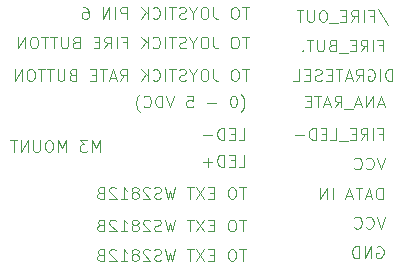
<source format=gbr>
%TF.GenerationSoftware,KiCad,Pcbnew,8.0.7*%
%TF.CreationDate,2025-01-21T12:25:00-05:00*%
%TF.ProjectId,TinyAFireController,54696e79-4146-4697-9265-436f6e74726f,rev?*%
%TF.SameCoordinates,Original*%
%TF.FileFunction,Legend,Bot*%
%TF.FilePolarity,Positive*%
%FSLAX46Y46*%
G04 Gerber Fmt 4.6, Leading zero omitted, Abs format (unit mm)*
G04 Created by KiCad (PCBNEW 8.0.7) date 2025-01-21 12:25:00*
%MOMM*%
%LPD*%
G01*
G04 APERTURE LIST*
%ADD10C,0.100000*%
G04 APERTURE END LIST*
D10*
X154678972Y-98182419D02*
X154107544Y-98182419D01*
X154393258Y-99182419D02*
X154393258Y-98182419D01*
X153583734Y-98182419D02*
X153393258Y-98182419D01*
X153393258Y-98182419D02*
X153298020Y-98230038D01*
X153298020Y-98230038D02*
X153202782Y-98325276D01*
X153202782Y-98325276D02*
X153155163Y-98515752D01*
X153155163Y-98515752D02*
X153155163Y-98849085D01*
X153155163Y-98849085D02*
X153202782Y-99039561D01*
X153202782Y-99039561D02*
X153298020Y-99134800D01*
X153298020Y-99134800D02*
X153393258Y-99182419D01*
X153393258Y-99182419D02*
X153583734Y-99182419D01*
X153583734Y-99182419D02*
X153678972Y-99134800D01*
X153678972Y-99134800D02*
X153774210Y-99039561D01*
X153774210Y-99039561D02*
X153821829Y-98849085D01*
X153821829Y-98849085D02*
X153821829Y-98515752D01*
X153821829Y-98515752D02*
X153774210Y-98325276D01*
X153774210Y-98325276D02*
X153678972Y-98230038D01*
X153678972Y-98230038D02*
X153583734Y-98182419D01*
X151678972Y-98182419D02*
X151678972Y-98896704D01*
X151678972Y-98896704D02*
X151726591Y-99039561D01*
X151726591Y-99039561D02*
X151821829Y-99134800D01*
X151821829Y-99134800D02*
X151964686Y-99182419D01*
X151964686Y-99182419D02*
X152059924Y-99182419D01*
X151012305Y-98182419D02*
X150821829Y-98182419D01*
X150821829Y-98182419D02*
X150726591Y-98230038D01*
X150726591Y-98230038D02*
X150631353Y-98325276D01*
X150631353Y-98325276D02*
X150583734Y-98515752D01*
X150583734Y-98515752D02*
X150583734Y-98849085D01*
X150583734Y-98849085D02*
X150631353Y-99039561D01*
X150631353Y-99039561D02*
X150726591Y-99134800D01*
X150726591Y-99134800D02*
X150821829Y-99182419D01*
X150821829Y-99182419D02*
X151012305Y-99182419D01*
X151012305Y-99182419D02*
X151107543Y-99134800D01*
X151107543Y-99134800D02*
X151202781Y-99039561D01*
X151202781Y-99039561D02*
X151250400Y-98849085D01*
X151250400Y-98849085D02*
X151250400Y-98515752D01*
X151250400Y-98515752D02*
X151202781Y-98325276D01*
X151202781Y-98325276D02*
X151107543Y-98230038D01*
X151107543Y-98230038D02*
X151012305Y-98182419D01*
X149964686Y-98706228D02*
X149964686Y-99182419D01*
X150298019Y-98182419D02*
X149964686Y-98706228D01*
X149964686Y-98706228D02*
X149631353Y-98182419D01*
X149345638Y-99134800D02*
X149202781Y-99182419D01*
X149202781Y-99182419D02*
X148964686Y-99182419D01*
X148964686Y-99182419D02*
X148869448Y-99134800D01*
X148869448Y-99134800D02*
X148821829Y-99087180D01*
X148821829Y-99087180D02*
X148774210Y-98991942D01*
X148774210Y-98991942D02*
X148774210Y-98896704D01*
X148774210Y-98896704D02*
X148821829Y-98801466D01*
X148821829Y-98801466D02*
X148869448Y-98753847D01*
X148869448Y-98753847D02*
X148964686Y-98706228D01*
X148964686Y-98706228D02*
X149155162Y-98658609D01*
X149155162Y-98658609D02*
X149250400Y-98610990D01*
X149250400Y-98610990D02*
X149298019Y-98563371D01*
X149298019Y-98563371D02*
X149345638Y-98468133D01*
X149345638Y-98468133D02*
X149345638Y-98372895D01*
X149345638Y-98372895D02*
X149298019Y-98277657D01*
X149298019Y-98277657D02*
X149250400Y-98230038D01*
X149250400Y-98230038D02*
X149155162Y-98182419D01*
X149155162Y-98182419D02*
X148917067Y-98182419D01*
X148917067Y-98182419D02*
X148774210Y-98230038D01*
X148488495Y-98182419D02*
X147917067Y-98182419D01*
X148202781Y-99182419D02*
X148202781Y-98182419D01*
X147583733Y-99182419D02*
X147583733Y-98182419D01*
X146536115Y-99087180D02*
X146583734Y-99134800D01*
X146583734Y-99134800D02*
X146726591Y-99182419D01*
X146726591Y-99182419D02*
X146821829Y-99182419D01*
X146821829Y-99182419D02*
X146964686Y-99134800D01*
X146964686Y-99134800D02*
X147059924Y-99039561D01*
X147059924Y-99039561D02*
X147107543Y-98944323D01*
X147107543Y-98944323D02*
X147155162Y-98753847D01*
X147155162Y-98753847D02*
X147155162Y-98610990D01*
X147155162Y-98610990D02*
X147107543Y-98420514D01*
X147107543Y-98420514D02*
X147059924Y-98325276D01*
X147059924Y-98325276D02*
X146964686Y-98230038D01*
X146964686Y-98230038D02*
X146821829Y-98182419D01*
X146821829Y-98182419D02*
X146726591Y-98182419D01*
X146726591Y-98182419D02*
X146583734Y-98230038D01*
X146583734Y-98230038D02*
X146536115Y-98277657D01*
X146107543Y-99182419D02*
X146107543Y-98182419D01*
X145536115Y-99182419D02*
X145964686Y-98610990D01*
X145536115Y-98182419D02*
X146107543Y-98753847D01*
X143774210Y-99182419D02*
X144107543Y-98706228D01*
X144345638Y-99182419D02*
X144345638Y-98182419D01*
X144345638Y-98182419D02*
X143964686Y-98182419D01*
X143964686Y-98182419D02*
X143869448Y-98230038D01*
X143869448Y-98230038D02*
X143821829Y-98277657D01*
X143821829Y-98277657D02*
X143774210Y-98372895D01*
X143774210Y-98372895D02*
X143774210Y-98515752D01*
X143774210Y-98515752D02*
X143821829Y-98610990D01*
X143821829Y-98610990D02*
X143869448Y-98658609D01*
X143869448Y-98658609D02*
X143964686Y-98706228D01*
X143964686Y-98706228D02*
X144345638Y-98706228D01*
X143393257Y-98896704D02*
X142917067Y-98896704D01*
X143488495Y-99182419D02*
X143155162Y-98182419D01*
X143155162Y-98182419D02*
X142821829Y-99182419D01*
X142631352Y-98182419D02*
X142059924Y-98182419D01*
X142345638Y-99182419D02*
X142345638Y-98182419D01*
X141726590Y-98658609D02*
X141393257Y-98658609D01*
X141250400Y-99182419D02*
X141726590Y-99182419D01*
X141726590Y-99182419D02*
X141726590Y-98182419D01*
X141726590Y-98182419D02*
X141250400Y-98182419D01*
X139726590Y-98658609D02*
X139583733Y-98706228D01*
X139583733Y-98706228D02*
X139536114Y-98753847D01*
X139536114Y-98753847D02*
X139488495Y-98849085D01*
X139488495Y-98849085D02*
X139488495Y-98991942D01*
X139488495Y-98991942D02*
X139536114Y-99087180D01*
X139536114Y-99087180D02*
X139583733Y-99134800D01*
X139583733Y-99134800D02*
X139678971Y-99182419D01*
X139678971Y-99182419D02*
X140059923Y-99182419D01*
X140059923Y-99182419D02*
X140059923Y-98182419D01*
X140059923Y-98182419D02*
X139726590Y-98182419D01*
X139726590Y-98182419D02*
X139631352Y-98230038D01*
X139631352Y-98230038D02*
X139583733Y-98277657D01*
X139583733Y-98277657D02*
X139536114Y-98372895D01*
X139536114Y-98372895D02*
X139536114Y-98468133D01*
X139536114Y-98468133D02*
X139583733Y-98563371D01*
X139583733Y-98563371D02*
X139631352Y-98610990D01*
X139631352Y-98610990D02*
X139726590Y-98658609D01*
X139726590Y-98658609D02*
X140059923Y-98658609D01*
X139059923Y-98182419D02*
X139059923Y-98991942D01*
X139059923Y-98991942D02*
X139012304Y-99087180D01*
X139012304Y-99087180D02*
X138964685Y-99134800D01*
X138964685Y-99134800D02*
X138869447Y-99182419D01*
X138869447Y-99182419D02*
X138678971Y-99182419D01*
X138678971Y-99182419D02*
X138583733Y-99134800D01*
X138583733Y-99134800D02*
X138536114Y-99087180D01*
X138536114Y-99087180D02*
X138488495Y-98991942D01*
X138488495Y-98991942D02*
X138488495Y-98182419D01*
X138155161Y-98182419D02*
X137583733Y-98182419D01*
X137869447Y-99182419D02*
X137869447Y-98182419D01*
X137393256Y-98182419D02*
X136821828Y-98182419D01*
X137107542Y-99182419D02*
X137107542Y-98182419D01*
X136298018Y-98182419D02*
X136107542Y-98182419D01*
X136107542Y-98182419D02*
X136012304Y-98230038D01*
X136012304Y-98230038D02*
X135917066Y-98325276D01*
X135917066Y-98325276D02*
X135869447Y-98515752D01*
X135869447Y-98515752D02*
X135869447Y-98849085D01*
X135869447Y-98849085D02*
X135917066Y-99039561D01*
X135917066Y-99039561D02*
X136012304Y-99134800D01*
X136012304Y-99134800D02*
X136107542Y-99182419D01*
X136107542Y-99182419D02*
X136298018Y-99182419D01*
X136298018Y-99182419D02*
X136393256Y-99134800D01*
X136393256Y-99134800D02*
X136488494Y-99039561D01*
X136488494Y-99039561D02*
X136536113Y-98849085D01*
X136536113Y-98849085D02*
X136536113Y-98515752D01*
X136536113Y-98515752D02*
X136488494Y-98325276D01*
X136488494Y-98325276D02*
X136393256Y-98230038D01*
X136393256Y-98230038D02*
X136298018Y-98182419D01*
X135440875Y-99182419D02*
X135440875Y-98182419D01*
X135440875Y-98182419D02*
X134869447Y-99182419D01*
X134869447Y-99182419D02*
X134869447Y-98182419D01*
X154678972Y-92932419D02*
X154107544Y-92932419D01*
X154393258Y-93932419D02*
X154393258Y-92932419D01*
X153583734Y-92932419D02*
X153393258Y-92932419D01*
X153393258Y-92932419D02*
X153298020Y-92980038D01*
X153298020Y-92980038D02*
X153202782Y-93075276D01*
X153202782Y-93075276D02*
X153155163Y-93265752D01*
X153155163Y-93265752D02*
X153155163Y-93599085D01*
X153155163Y-93599085D02*
X153202782Y-93789561D01*
X153202782Y-93789561D02*
X153298020Y-93884800D01*
X153298020Y-93884800D02*
X153393258Y-93932419D01*
X153393258Y-93932419D02*
X153583734Y-93932419D01*
X153583734Y-93932419D02*
X153678972Y-93884800D01*
X153678972Y-93884800D02*
X153774210Y-93789561D01*
X153774210Y-93789561D02*
X153821829Y-93599085D01*
X153821829Y-93599085D02*
X153821829Y-93265752D01*
X153821829Y-93265752D02*
X153774210Y-93075276D01*
X153774210Y-93075276D02*
X153678972Y-92980038D01*
X153678972Y-92980038D02*
X153583734Y-92932419D01*
X151678972Y-92932419D02*
X151678972Y-93646704D01*
X151678972Y-93646704D02*
X151726591Y-93789561D01*
X151726591Y-93789561D02*
X151821829Y-93884800D01*
X151821829Y-93884800D02*
X151964686Y-93932419D01*
X151964686Y-93932419D02*
X152059924Y-93932419D01*
X151012305Y-92932419D02*
X150821829Y-92932419D01*
X150821829Y-92932419D02*
X150726591Y-92980038D01*
X150726591Y-92980038D02*
X150631353Y-93075276D01*
X150631353Y-93075276D02*
X150583734Y-93265752D01*
X150583734Y-93265752D02*
X150583734Y-93599085D01*
X150583734Y-93599085D02*
X150631353Y-93789561D01*
X150631353Y-93789561D02*
X150726591Y-93884800D01*
X150726591Y-93884800D02*
X150821829Y-93932419D01*
X150821829Y-93932419D02*
X151012305Y-93932419D01*
X151012305Y-93932419D02*
X151107543Y-93884800D01*
X151107543Y-93884800D02*
X151202781Y-93789561D01*
X151202781Y-93789561D02*
X151250400Y-93599085D01*
X151250400Y-93599085D02*
X151250400Y-93265752D01*
X151250400Y-93265752D02*
X151202781Y-93075276D01*
X151202781Y-93075276D02*
X151107543Y-92980038D01*
X151107543Y-92980038D02*
X151012305Y-92932419D01*
X149964686Y-93456228D02*
X149964686Y-93932419D01*
X150298019Y-92932419D02*
X149964686Y-93456228D01*
X149964686Y-93456228D02*
X149631353Y-92932419D01*
X149345638Y-93884800D02*
X149202781Y-93932419D01*
X149202781Y-93932419D02*
X148964686Y-93932419D01*
X148964686Y-93932419D02*
X148869448Y-93884800D01*
X148869448Y-93884800D02*
X148821829Y-93837180D01*
X148821829Y-93837180D02*
X148774210Y-93741942D01*
X148774210Y-93741942D02*
X148774210Y-93646704D01*
X148774210Y-93646704D02*
X148821829Y-93551466D01*
X148821829Y-93551466D02*
X148869448Y-93503847D01*
X148869448Y-93503847D02*
X148964686Y-93456228D01*
X148964686Y-93456228D02*
X149155162Y-93408609D01*
X149155162Y-93408609D02*
X149250400Y-93360990D01*
X149250400Y-93360990D02*
X149298019Y-93313371D01*
X149298019Y-93313371D02*
X149345638Y-93218133D01*
X149345638Y-93218133D02*
X149345638Y-93122895D01*
X149345638Y-93122895D02*
X149298019Y-93027657D01*
X149298019Y-93027657D02*
X149250400Y-92980038D01*
X149250400Y-92980038D02*
X149155162Y-92932419D01*
X149155162Y-92932419D02*
X148917067Y-92932419D01*
X148917067Y-92932419D02*
X148774210Y-92980038D01*
X148488495Y-92932419D02*
X147917067Y-92932419D01*
X148202781Y-93932419D02*
X148202781Y-92932419D01*
X147583733Y-93932419D02*
X147583733Y-92932419D01*
X146536115Y-93837180D02*
X146583734Y-93884800D01*
X146583734Y-93884800D02*
X146726591Y-93932419D01*
X146726591Y-93932419D02*
X146821829Y-93932419D01*
X146821829Y-93932419D02*
X146964686Y-93884800D01*
X146964686Y-93884800D02*
X147059924Y-93789561D01*
X147059924Y-93789561D02*
X147107543Y-93694323D01*
X147107543Y-93694323D02*
X147155162Y-93503847D01*
X147155162Y-93503847D02*
X147155162Y-93360990D01*
X147155162Y-93360990D02*
X147107543Y-93170514D01*
X147107543Y-93170514D02*
X147059924Y-93075276D01*
X147059924Y-93075276D02*
X146964686Y-92980038D01*
X146964686Y-92980038D02*
X146821829Y-92932419D01*
X146821829Y-92932419D02*
X146726591Y-92932419D01*
X146726591Y-92932419D02*
X146583734Y-92980038D01*
X146583734Y-92980038D02*
X146536115Y-93027657D01*
X146107543Y-93932419D02*
X146107543Y-92932419D01*
X145536115Y-93932419D02*
X145964686Y-93360990D01*
X145536115Y-92932419D02*
X146107543Y-93503847D01*
X144345638Y-93932419D02*
X144345638Y-92932419D01*
X144345638Y-92932419D02*
X143964686Y-92932419D01*
X143964686Y-92932419D02*
X143869448Y-92980038D01*
X143869448Y-92980038D02*
X143821829Y-93027657D01*
X143821829Y-93027657D02*
X143774210Y-93122895D01*
X143774210Y-93122895D02*
X143774210Y-93265752D01*
X143774210Y-93265752D02*
X143821829Y-93360990D01*
X143821829Y-93360990D02*
X143869448Y-93408609D01*
X143869448Y-93408609D02*
X143964686Y-93456228D01*
X143964686Y-93456228D02*
X144345638Y-93456228D01*
X143345638Y-93932419D02*
X143345638Y-92932419D01*
X142869448Y-93932419D02*
X142869448Y-92932419D01*
X142869448Y-92932419D02*
X142298020Y-93932419D01*
X142298020Y-93932419D02*
X142298020Y-92932419D01*
X140631353Y-92932419D02*
X140821829Y-92932419D01*
X140821829Y-92932419D02*
X140917067Y-92980038D01*
X140917067Y-92980038D02*
X140964686Y-93027657D01*
X140964686Y-93027657D02*
X141059924Y-93170514D01*
X141059924Y-93170514D02*
X141107543Y-93360990D01*
X141107543Y-93360990D02*
X141107543Y-93741942D01*
X141107543Y-93741942D02*
X141059924Y-93837180D01*
X141059924Y-93837180D02*
X141012305Y-93884800D01*
X141012305Y-93884800D02*
X140917067Y-93932419D01*
X140917067Y-93932419D02*
X140726591Y-93932419D01*
X140726591Y-93932419D02*
X140631353Y-93884800D01*
X140631353Y-93884800D02*
X140583734Y-93837180D01*
X140583734Y-93837180D02*
X140536115Y-93741942D01*
X140536115Y-93741942D02*
X140536115Y-93503847D01*
X140536115Y-93503847D02*
X140583734Y-93408609D01*
X140583734Y-93408609D02*
X140631353Y-93360990D01*
X140631353Y-93360990D02*
X140726591Y-93313371D01*
X140726591Y-93313371D02*
X140917067Y-93313371D01*
X140917067Y-93313371D02*
X141012305Y-93360990D01*
X141012305Y-93360990D02*
X141059924Y-93408609D01*
X141059924Y-93408609D02*
X141107543Y-93503847D01*
X142036115Y-105182419D02*
X142036115Y-104182419D01*
X142036115Y-104182419D02*
X141702782Y-104896704D01*
X141702782Y-104896704D02*
X141369449Y-104182419D01*
X141369449Y-104182419D02*
X141369449Y-105182419D01*
X140988496Y-104182419D02*
X140369449Y-104182419D01*
X140369449Y-104182419D02*
X140702782Y-104563371D01*
X140702782Y-104563371D02*
X140559925Y-104563371D01*
X140559925Y-104563371D02*
X140464687Y-104610990D01*
X140464687Y-104610990D02*
X140417068Y-104658609D01*
X140417068Y-104658609D02*
X140369449Y-104753847D01*
X140369449Y-104753847D02*
X140369449Y-104991942D01*
X140369449Y-104991942D02*
X140417068Y-105087180D01*
X140417068Y-105087180D02*
X140464687Y-105134800D01*
X140464687Y-105134800D02*
X140559925Y-105182419D01*
X140559925Y-105182419D02*
X140845639Y-105182419D01*
X140845639Y-105182419D02*
X140940877Y-105134800D01*
X140940877Y-105134800D02*
X140988496Y-105087180D01*
X139178972Y-105182419D02*
X139178972Y-104182419D01*
X139178972Y-104182419D02*
X138845639Y-104896704D01*
X138845639Y-104896704D02*
X138512306Y-104182419D01*
X138512306Y-104182419D02*
X138512306Y-105182419D01*
X137845639Y-104182419D02*
X137655163Y-104182419D01*
X137655163Y-104182419D02*
X137559925Y-104230038D01*
X137559925Y-104230038D02*
X137464687Y-104325276D01*
X137464687Y-104325276D02*
X137417068Y-104515752D01*
X137417068Y-104515752D02*
X137417068Y-104849085D01*
X137417068Y-104849085D02*
X137464687Y-105039561D01*
X137464687Y-105039561D02*
X137559925Y-105134800D01*
X137559925Y-105134800D02*
X137655163Y-105182419D01*
X137655163Y-105182419D02*
X137845639Y-105182419D01*
X137845639Y-105182419D02*
X137940877Y-105134800D01*
X137940877Y-105134800D02*
X138036115Y-105039561D01*
X138036115Y-105039561D02*
X138083734Y-104849085D01*
X138083734Y-104849085D02*
X138083734Y-104515752D01*
X138083734Y-104515752D02*
X138036115Y-104325276D01*
X138036115Y-104325276D02*
X137940877Y-104230038D01*
X137940877Y-104230038D02*
X137845639Y-104182419D01*
X136988496Y-104182419D02*
X136988496Y-104991942D01*
X136988496Y-104991942D02*
X136940877Y-105087180D01*
X136940877Y-105087180D02*
X136893258Y-105134800D01*
X136893258Y-105134800D02*
X136798020Y-105182419D01*
X136798020Y-105182419D02*
X136607544Y-105182419D01*
X136607544Y-105182419D02*
X136512306Y-105134800D01*
X136512306Y-105134800D02*
X136464687Y-105087180D01*
X136464687Y-105087180D02*
X136417068Y-104991942D01*
X136417068Y-104991942D02*
X136417068Y-104182419D01*
X135940877Y-105182419D02*
X135940877Y-104182419D01*
X135940877Y-104182419D02*
X135369449Y-105182419D01*
X135369449Y-105182419D02*
X135369449Y-104182419D01*
X135036115Y-104182419D02*
X134464687Y-104182419D01*
X134750401Y-105182419D02*
X134750401Y-104182419D01*
X165702782Y-103658609D02*
X166036115Y-103658609D01*
X166036115Y-104182419D02*
X166036115Y-103182419D01*
X166036115Y-103182419D02*
X165559925Y-103182419D01*
X165178972Y-104182419D02*
X165178972Y-103182419D01*
X164131354Y-104182419D02*
X164464687Y-103706228D01*
X164702782Y-104182419D02*
X164702782Y-103182419D01*
X164702782Y-103182419D02*
X164321830Y-103182419D01*
X164321830Y-103182419D02*
X164226592Y-103230038D01*
X164226592Y-103230038D02*
X164178973Y-103277657D01*
X164178973Y-103277657D02*
X164131354Y-103372895D01*
X164131354Y-103372895D02*
X164131354Y-103515752D01*
X164131354Y-103515752D02*
X164178973Y-103610990D01*
X164178973Y-103610990D02*
X164226592Y-103658609D01*
X164226592Y-103658609D02*
X164321830Y-103706228D01*
X164321830Y-103706228D02*
X164702782Y-103706228D01*
X163702782Y-103658609D02*
X163369449Y-103658609D01*
X163226592Y-104182419D02*
X163702782Y-104182419D01*
X163702782Y-104182419D02*
X163702782Y-103182419D01*
X163702782Y-103182419D02*
X163226592Y-103182419D01*
X163036116Y-104277657D02*
X162274211Y-104277657D01*
X161559925Y-104182419D02*
X162036115Y-104182419D01*
X162036115Y-104182419D02*
X162036115Y-103182419D01*
X161226591Y-103658609D02*
X160893258Y-103658609D01*
X160750401Y-104182419D02*
X161226591Y-104182419D01*
X161226591Y-104182419D02*
X161226591Y-103182419D01*
X161226591Y-103182419D02*
X160750401Y-103182419D01*
X160321829Y-104182419D02*
X160321829Y-103182419D01*
X160321829Y-103182419D02*
X160083734Y-103182419D01*
X160083734Y-103182419D02*
X159940877Y-103230038D01*
X159940877Y-103230038D02*
X159845639Y-103325276D01*
X159845639Y-103325276D02*
X159798020Y-103420514D01*
X159798020Y-103420514D02*
X159750401Y-103610990D01*
X159750401Y-103610990D02*
X159750401Y-103753847D01*
X159750401Y-103753847D02*
X159798020Y-103944323D01*
X159798020Y-103944323D02*
X159845639Y-104039561D01*
X159845639Y-104039561D02*
X159940877Y-104134800D01*
X159940877Y-104134800D02*
X160083734Y-104182419D01*
X160083734Y-104182419D02*
X160321829Y-104182419D01*
X159321829Y-103801466D02*
X158559925Y-103801466D01*
X154428972Y-113432419D02*
X153857544Y-113432419D01*
X154143258Y-114432419D02*
X154143258Y-113432419D01*
X153333734Y-113432419D02*
X153143258Y-113432419D01*
X153143258Y-113432419D02*
X153048020Y-113480038D01*
X153048020Y-113480038D02*
X152952782Y-113575276D01*
X152952782Y-113575276D02*
X152905163Y-113765752D01*
X152905163Y-113765752D02*
X152905163Y-114099085D01*
X152905163Y-114099085D02*
X152952782Y-114289561D01*
X152952782Y-114289561D02*
X153048020Y-114384800D01*
X153048020Y-114384800D02*
X153143258Y-114432419D01*
X153143258Y-114432419D02*
X153333734Y-114432419D01*
X153333734Y-114432419D02*
X153428972Y-114384800D01*
X153428972Y-114384800D02*
X153524210Y-114289561D01*
X153524210Y-114289561D02*
X153571829Y-114099085D01*
X153571829Y-114099085D02*
X153571829Y-113765752D01*
X153571829Y-113765752D02*
X153524210Y-113575276D01*
X153524210Y-113575276D02*
X153428972Y-113480038D01*
X153428972Y-113480038D02*
X153333734Y-113432419D01*
X151714686Y-113908609D02*
X151381353Y-113908609D01*
X151238496Y-114432419D02*
X151714686Y-114432419D01*
X151714686Y-114432419D02*
X151714686Y-113432419D01*
X151714686Y-113432419D02*
X151238496Y-113432419D01*
X150905162Y-113432419D02*
X150238496Y-114432419D01*
X150238496Y-113432419D02*
X150905162Y-114432419D01*
X150000400Y-113432419D02*
X149428972Y-113432419D01*
X149714686Y-114432419D02*
X149714686Y-113432419D01*
X148428971Y-113432419D02*
X148190876Y-114432419D01*
X148190876Y-114432419D02*
X148000400Y-113718133D01*
X148000400Y-113718133D02*
X147809924Y-114432419D01*
X147809924Y-114432419D02*
X147571829Y-113432419D01*
X147238495Y-114384800D02*
X147095638Y-114432419D01*
X147095638Y-114432419D02*
X146857543Y-114432419D01*
X146857543Y-114432419D02*
X146762305Y-114384800D01*
X146762305Y-114384800D02*
X146714686Y-114337180D01*
X146714686Y-114337180D02*
X146667067Y-114241942D01*
X146667067Y-114241942D02*
X146667067Y-114146704D01*
X146667067Y-114146704D02*
X146714686Y-114051466D01*
X146714686Y-114051466D02*
X146762305Y-114003847D01*
X146762305Y-114003847D02*
X146857543Y-113956228D01*
X146857543Y-113956228D02*
X147048019Y-113908609D01*
X147048019Y-113908609D02*
X147143257Y-113860990D01*
X147143257Y-113860990D02*
X147190876Y-113813371D01*
X147190876Y-113813371D02*
X147238495Y-113718133D01*
X147238495Y-113718133D02*
X147238495Y-113622895D01*
X147238495Y-113622895D02*
X147190876Y-113527657D01*
X147190876Y-113527657D02*
X147143257Y-113480038D01*
X147143257Y-113480038D02*
X147048019Y-113432419D01*
X147048019Y-113432419D02*
X146809924Y-113432419D01*
X146809924Y-113432419D02*
X146667067Y-113480038D01*
X146286114Y-113527657D02*
X146238495Y-113480038D01*
X146238495Y-113480038D02*
X146143257Y-113432419D01*
X146143257Y-113432419D02*
X145905162Y-113432419D01*
X145905162Y-113432419D02*
X145809924Y-113480038D01*
X145809924Y-113480038D02*
X145762305Y-113527657D01*
X145762305Y-113527657D02*
X145714686Y-113622895D01*
X145714686Y-113622895D02*
X145714686Y-113718133D01*
X145714686Y-113718133D02*
X145762305Y-113860990D01*
X145762305Y-113860990D02*
X146333733Y-114432419D01*
X146333733Y-114432419D02*
X145714686Y-114432419D01*
X145143257Y-113860990D02*
X145238495Y-113813371D01*
X145238495Y-113813371D02*
X145286114Y-113765752D01*
X145286114Y-113765752D02*
X145333733Y-113670514D01*
X145333733Y-113670514D02*
X145333733Y-113622895D01*
X145333733Y-113622895D02*
X145286114Y-113527657D01*
X145286114Y-113527657D02*
X145238495Y-113480038D01*
X145238495Y-113480038D02*
X145143257Y-113432419D01*
X145143257Y-113432419D02*
X144952781Y-113432419D01*
X144952781Y-113432419D02*
X144857543Y-113480038D01*
X144857543Y-113480038D02*
X144809924Y-113527657D01*
X144809924Y-113527657D02*
X144762305Y-113622895D01*
X144762305Y-113622895D02*
X144762305Y-113670514D01*
X144762305Y-113670514D02*
X144809924Y-113765752D01*
X144809924Y-113765752D02*
X144857543Y-113813371D01*
X144857543Y-113813371D02*
X144952781Y-113860990D01*
X144952781Y-113860990D02*
X145143257Y-113860990D01*
X145143257Y-113860990D02*
X145238495Y-113908609D01*
X145238495Y-113908609D02*
X145286114Y-113956228D01*
X145286114Y-113956228D02*
X145333733Y-114051466D01*
X145333733Y-114051466D02*
X145333733Y-114241942D01*
X145333733Y-114241942D02*
X145286114Y-114337180D01*
X145286114Y-114337180D02*
X145238495Y-114384800D01*
X145238495Y-114384800D02*
X145143257Y-114432419D01*
X145143257Y-114432419D02*
X144952781Y-114432419D01*
X144952781Y-114432419D02*
X144857543Y-114384800D01*
X144857543Y-114384800D02*
X144809924Y-114337180D01*
X144809924Y-114337180D02*
X144762305Y-114241942D01*
X144762305Y-114241942D02*
X144762305Y-114051466D01*
X144762305Y-114051466D02*
X144809924Y-113956228D01*
X144809924Y-113956228D02*
X144857543Y-113908609D01*
X144857543Y-113908609D02*
X144952781Y-113860990D01*
X143809924Y-114432419D02*
X144381352Y-114432419D01*
X144095638Y-114432419D02*
X144095638Y-113432419D01*
X144095638Y-113432419D02*
X144190876Y-113575276D01*
X144190876Y-113575276D02*
X144286114Y-113670514D01*
X144286114Y-113670514D02*
X144381352Y-113718133D01*
X143428971Y-113527657D02*
X143381352Y-113480038D01*
X143381352Y-113480038D02*
X143286114Y-113432419D01*
X143286114Y-113432419D02*
X143048019Y-113432419D01*
X143048019Y-113432419D02*
X142952781Y-113480038D01*
X142952781Y-113480038D02*
X142905162Y-113527657D01*
X142905162Y-113527657D02*
X142857543Y-113622895D01*
X142857543Y-113622895D02*
X142857543Y-113718133D01*
X142857543Y-113718133D02*
X142905162Y-113860990D01*
X142905162Y-113860990D02*
X143476590Y-114432419D01*
X143476590Y-114432419D02*
X142857543Y-114432419D01*
X142095638Y-113908609D02*
X141952781Y-113956228D01*
X141952781Y-113956228D02*
X141905162Y-114003847D01*
X141905162Y-114003847D02*
X141857543Y-114099085D01*
X141857543Y-114099085D02*
X141857543Y-114241942D01*
X141857543Y-114241942D02*
X141905162Y-114337180D01*
X141905162Y-114337180D02*
X141952781Y-114384800D01*
X141952781Y-114384800D02*
X142048019Y-114432419D01*
X142048019Y-114432419D02*
X142428971Y-114432419D01*
X142428971Y-114432419D02*
X142428971Y-113432419D01*
X142428971Y-113432419D02*
X142095638Y-113432419D01*
X142095638Y-113432419D02*
X142000400Y-113480038D01*
X142000400Y-113480038D02*
X141952781Y-113527657D01*
X141952781Y-113527657D02*
X141905162Y-113622895D01*
X141905162Y-113622895D02*
X141905162Y-113718133D01*
X141905162Y-113718133D02*
X141952781Y-113813371D01*
X141952781Y-113813371D02*
X142000400Y-113860990D01*
X142000400Y-113860990D02*
X142095638Y-113908609D01*
X142095638Y-113908609D02*
X142428971Y-113908609D01*
X165512306Y-113230038D02*
X165607544Y-113182419D01*
X165607544Y-113182419D02*
X165750401Y-113182419D01*
X165750401Y-113182419D02*
X165893258Y-113230038D01*
X165893258Y-113230038D02*
X165988496Y-113325276D01*
X165988496Y-113325276D02*
X166036115Y-113420514D01*
X166036115Y-113420514D02*
X166083734Y-113610990D01*
X166083734Y-113610990D02*
X166083734Y-113753847D01*
X166083734Y-113753847D02*
X166036115Y-113944323D01*
X166036115Y-113944323D02*
X165988496Y-114039561D01*
X165988496Y-114039561D02*
X165893258Y-114134800D01*
X165893258Y-114134800D02*
X165750401Y-114182419D01*
X165750401Y-114182419D02*
X165655163Y-114182419D01*
X165655163Y-114182419D02*
X165512306Y-114134800D01*
X165512306Y-114134800D02*
X165464687Y-114087180D01*
X165464687Y-114087180D02*
X165464687Y-113753847D01*
X165464687Y-113753847D02*
X165655163Y-113753847D01*
X165036115Y-114182419D02*
X165036115Y-113182419D01*
X165036115Y-113182419D02*
X164464687Y-114182419D01*
X164464687Y-114182419D02*
X164464687Y-113182419D01*
X163988496Y-114182419D02*
X163988496Y-113182419D01*
X163988496Y-113182419D02*
X163750401Y-113182419D01*
X163750401Y-113182419D02*
X163607544Y-113230038D01*
X163607544Y-113230038D02*
X163512306Y-113325276D01*
X163512306Y-113325276D02*
X163464687Y-113420514D01*
X163464687Y-113420514D02*
X163417068Y-113610990D01*
X163417068Y-113610990D02*
X163417068Y-113753847D01*
X163417068Y-113753847D02*
X163464687Y-113944323D01*
X163464687Y-113944323D02*
X163512306Y-114039561D01*
X163512306Y-114039561D02*
X163607544Y-114134800D01*
X163607544Y-114134800D02*
X163750401Y-114182419D01*
X163750401Y-114182419D02*
X163988496Y-114182419D01*
X166083734Y-101146704D02*
X165607544Y-101146704D01*
X166178972Y-101432419D02*
X165845639Y-100432419D01*
X165845639Y-100432419D02*
X165512306Y-101432419D01*
X165178972Y-101432419D02*
X165178972Y-100432419D01*
X165178972Y-100432419D02*
X164607544Y-101432419D01*
X164607544Y-101432419D02*
X164607544Y-100432419D01*
X164178972Y-101146704D02*
X163702782Y-101146704D01*
X164274210Y-101432419D02*
X163940877Y-100432419D01*
X163940877Y-100432419D02*
X163607544Y-101432419D01*
X163512306Y-101527657D02*
X162750401Y-101527657D01*
X161940877Y-101432419D02*
X162274210Y-100956228D01*
X162512305Y-101432419D02*
X162512305Y-100432419D01*
X162512305Y-100432419D02*
X162131353Y-100432419D01*
X162131353Y-100432419D02*
X162036115Y-100480038D01*
X162036115Y-100480038D02*
X161988496Y-100527657D01*
X161988496Y-100527657D02*
X161940877Y-100622895D01*
X161940877Y-100622895D02*
X161940877Y-100765752D01*
X161940877Y-100765752D02*
X161988496Y-100860990D01*
X161988496Y-100860990D02*
X162036115Y-100908609D01*
X162036115Y-100908609D02*
X162131353Y-100956228D01*
X162131353Y-100956228D02*
X162512305Y-100956228D01*
X161559924Y-101146704D02*
X161083734Y-101146704D01*
X161655162Y-101432419D02*
X161321829Y-100432419D01*
X161321829Y-100432419D02*
X160988496Y-101432419D01*
X160798019Y-100432419D02*
X160226591Y-100432419D01*
X160512305Y-101432419D02*
X160512305Y-100432419D01*
X159893257Y-100908609D02*
X159559924Y-100908609D01*
X159417067Y-101432419D02*
X159893257Y-101432419D01*
X159893257Y-101432419D02*
X159893257Y-100432419D01*
X159893257Y-100432419D02*
X159417067Y-100432419D01*
X153809925Y-104182419D02*
X154286115Y-104182419D01*
X154286115Y-104182419D02*
X154286115Y-103182419D01*
X153476591Y-103658609D02*
X153143258Y-103658609D01*
X153000401Y-104182419D02*
X153476591Y-104182419D01*
X153476591Y-104182419D02*
X153476591Y-103182419D01*
X153476591Y-103182419D02*
X153000401Y-103182419D01*
X152571829Y-104182419D02*
X152571829Y-103182419D01*
X152571829Y-103182419D02*
X152333734Y-103182419D01*
X152333734Y-103182419D02*
X152190877Y-103230038D01*
X152190877Y-103230038D02*
X152095639Y-103325276D01*
X152095639Y-103325276D02*
X152048020Y-103420514D01*
X152048020Y-103420514D02*
X152000401Y-103610990D01*
X152000401Y-103610990D02*
X152000401Y-103753847D01*
X152000401Y-103753847D02*
X152048020Y-103944323D01*
X152048020Y-103944323D02*
X152095639Y-104039561D01*
X152095639Y-104039561D02*
X152190877Y-104134800D01*
X152190877Y-104134800D02*
X152333734Y-104182419D01*
X152333734Y-104182419D02*
X152571829Y-104182419D01*
X151571829Y-103801466D02*
X150809925Y-103801466D01*
X153809925Y-106432419D02*
X154286115Y-106432419D01*
X154286115Y-106432419D02*
X154286115Y-105432419D01*
X153476591Y-105908609D02*
X153143258Y-105908609D01*
X153000401Y-106432419D02*
X153476591Y-106432419D01*
X153476591Y-106432419D02*
X153476591Y-105432419D01*
X153476591Y-105432419D02*
X153000401Y-105432419D01*
X152571829Y-106432419D02*
X152571829Y-105432419D01*
X152571829Y-105432419D02*
X152333734Y-105432419D01*
X152333734Y-105432419D02*
X152190877Y-105480038D01*
X152190877Y-105480038D02*
X152095639Y-105575276D01*
X152095639Y-105575276D02*
X152048020Y-105670514D01*
X152048020Y-105670514D02*
X152000401Y-105860990D01*
X152000401Y-105860990D02*
X152000401Y-106003847D01*
X152000401Y-106003847D02*
X152048020Y-106194323D01*
X152048020Y-106194323D02*
X152095639Y-106289561D01*
X152095639Y-106289561D02*
X152190877Y-106384800D01*
X152190877Y-106384800D02*
X152333734Y-106432419D01*
X152333734Y-106432419D02*
X152571829Y-106432419D01*
X151571829Y-106051466D02*
X150809925Y-106051466D01*
X151190877Y-106432419D02*
X151190877Y-105670514D01*
X166178972Y-105682419D02*
X165845639Y-106682419D01*
X165845639Y-106682419D02*
X165512306Y-105682419D01*
X164607544Y-106587180D02*
X164655163Y-106634800D01*
X164655163Y-106634800D02*
X164798020Y-106682419D01*
X164798020Y-106682419D02*
X164893258Y-106682419D01*
X164893258Y-106682419D02*
X165036115Y-106634800D01*
X165036115Y-106634800D02*
X165131353Y-106539561D01*
X165131353Y-106539561D02*
X165178972Y-106444323D01*
X165178972Y-106444323D02*
X165226591Y-106253847D01*
X165226591Y-106253847D02*
X165226591Y-106110990D01*
X165226591Y-106110990D02*
X165178972Y-105920514D01*
X165178972Y-105920514D02*
X165131353Y-105825276D01*
X165131353Y-105825276D02*
X165036115Y-105730038D01*
X165036115Y-105730038D02*
X164893258Y-105682419D01*
X164893258Y-105682419D02*
X164798020Y-105682419D01*
X164798020Y-105682419D02*
X164655163Y-105730038D01*
X164655163Y-105730038D02*
X164607544Y-105777657D01*
X163607544Y-106587180D02*
X163655163Y-106634800D01*
X163655163Y-106634800D02*
X163798020Y-106682419D01*
X163798020Y-106682419D02*
X163893258Y-106682419D01*
X163893258Y-106682419D02*
X164036115Y-106634800D01*
X164036115Y-106634800D02*
X164131353Y-106539561D01*
X164131353Y-106539561D02*
X164178972Y-106444323D01*
X164178972Y-106444323D02*
X164226591Y-106253847D01*
X164226591Y-106253847D02*
X164226591Y-106110990D01*
X164226591Y-106110990D02*
X164178972Y-105920514D01*
X164178972Y-105920514D02*
X164131353Y-105825276D01*
X164131353Y-105825276D02*
X164036115Y-105730038D01*
X164036115Y-105730038D02*
X163893258Y-105682419D01*
X163893258Y-105682419D02*
X163798020Y-105682419D01*
X163798020Y-105682419D02*
X163655163Y-105730038D01*
X163655163Y-105730038D02*
X163607544Y-105777657D01*
X165996115Y-109222419D02*
X165996115Y-108222419D01*
X165996115Y-108222419D02*
X165758020Y-108222419D01*
X165758020Y-108222419D02*
X165615163Y-108270038D01*
X165615163Y-108270038D02*
X165519925Y-108365276D01*
X165519925Y-108365276D02*
X165472306Y-108460514D01*
X165472306Y-108460514D02*
X165424687Y-108650990D01*
X165424687Y-108650990D02*
X165424687Y-108793847D01*
X165424687Y-108793847D02*
X165472306Y-108984323D01*
X165472306Y-108984323D02*
X165519925Y-109079561D01*
X165519925Y-109079561D02*
X165615163Y-109174800D01*
X165615163Y-109174800D02*
X165758020Y-109222419D01*
X165758020Y-109222419D02*
X165996115Y-109222419D01*
X165043734Y-108936704D02*
X164567544Y-108936704D01*
X165138972Y-109222419D02*
X164805639Y-108222419D01*
X164805639Y-108222419D02*
X164472306Y-109222419D01*
X164281829Y-108222419D02*
X163710401Y-108222419D01*
X163996115Y-109222419D02*
X163996115Y-108222419D01*
X163424686Y-108936704D02*
X162948496Y-108936704D01*
X163519924Y-109222419D02*
X163186591Y-108222419D01*
X163186591Y-108222419D02*
X162853258Y-109222419D01*
X161758019Y-109222419D02*
X161758019Y-108222419D01*
X161281829Y-109222419D02*
X161281829Y-108222419D01*
X161281829Y-108222419D02*
X160710401Y-109222419D01*
X160710401Y-109222419D02*
X160710401Y-108222419D01*
X166178972Y-110682419D02*
X165845639Y-111682419D01*
X165845639Y-111682419D02*
X165512306Y-110682419D01*
X164607544Y-111587180D02*
X164655163Y-111634800D01*
X164655163Y-111634800D02*
X164798020Y-111682419D01*
X164798020Y-111682419D02*
X164893258Y-111682419D01*
X164893258Y-111682419D02*
X165036115Y-111634800D01*
X165036115Y-111634800D02*
X165131353Y-111539561D01*
X165131353Y-111539561D02*
X165178972Y-111444323D01*
X165178972Y-111444323D02*
X165226591Y-111253847D01*
X165226591Y-111253847D02*
X165226591Y-111110990D01*
X165226591Y-111110990D02*
X165178972Y-110920514D01*
X165178972Y-110920514D02*
X165131353Y-110825276D01*
X165131353Y-110825276D02*
X165036115Y-110730038D01*
X165036115Y-110730038D02*
X164893258Y-110682419D01*
X164893258Y-110682419D02*
X164798020Y-110682419D01*
X164798020Y-110682419D02*
X164655163Y-110730038D01*
X164655163Y-110730038D02*
X164607544Y-110777657D01*
X163607544Y-111587180D02*
X163655163Y-111634800D01*
X163655163Y-111634800D02*
X163798020Y-111682419D01*
X163798020Y-111682419D02*
X163893258Y-111682419D01*
X163893258Y-111682419D02*
X164036115Y-111634800D01*
X164036115Y-111634800D02*
X164131353Y-111539561D01*
X164131353Y-111539561D02*
X164178972Y-111444323D01*
X164178972Y-111444323D02*
X164226591Y-111253847D01*
X164226591Y-111253847D02*
X164226591Y-111110990D01*
X164226591Y-111110990D02*
X164178972Y-110920514D01*
X164178972Y-110920514D02*
X164131353Y-110825276D01*
X164131353Y-110825276D02*
X164036115Y-110730038D01*
X164036115Y-110730038D02*
X163893258Y-110682419D01*
X163893258Y-110682419D02*
X163798020Y-110682419D01*
X163798020Y-110682419D02*
X163655163Y-110730038D01*
X163655163Y-110730038D02*
X163607544Y-110777657D01*
X165571830Y-93134800D02*
X166428972Y-94420514D01*
X164905163Y-93658609D02*
X165238496Y-93658609D01*
X165238496Y-94182419D02*
X165238496Y-93182419D01*
X165238496Y-93182419D02*
X164762306Y-93182419D01*
X164381353Y-94182419D02*
X164381353Y-93182419D01*
X163333735Y-94182419D02*
X163667068Y-93706228D01*
X163905163Y-94182419D02*
X163905163Y-93182419D01*
X163905163Y-93182419D02*
X163524211Y-93182419D01*
X163524211Y-93182419D02*
X163428973Y-93230038D01*
X163428973Y-93230038D02*
X163381354Y-93277657D01*
X163381354Y-93277657D02*
X163333735Y-93372895D01*
X163333735Y-93372895D02*
X163333735Y-93515752D01*
X163333735Y-93515752D02*
X163381354Y-93610990D01*
X163381354Y-93610990D02*
X163428973Y-93658609D01*
X163428973Y-93658609D02*
X163524211Y-93706228D01*
X163524211Y-93706228D02*
X163905163Y-93706228D01*
X162905163Y-93658609D02*
X162571830Y-93658609D01*
X162428973Y-94182419D02*
X162905163Y-94182419D01*
X162905163Y-94182419D02*
X162905163Y-93182419D01*
X162905163Y-93182419D02*
X162428973Y-93182419D01*
X162238497Y-94277657D02*
X161476592Y-94277657D01*
X161048020Y-93182419D02*
X160857544Y-93182419D01*
X160857544Y-93182419D02*
X160762306Y-93230038D01*
X160762306Y-93230038D02*
X160667068Y-93325276D01*
X160667068Y-93325276D02*
X160619449Y-93515752D01*
X160619449Y-93515752D02*
X160619449Y-93849085D01*
X160619449Y-93849085D02*
X160667068Y-94039561D01*
X160667068Y-94039561D02*
X160762306Y-94134800D01*
X160762306Y-94134800D02*
X160857544Y-94182419D01*
X160857544Y-94182419D02*
X161048020Y-94182419D01*
X161048020Y-94182419D02*
X161143258Y-94134800D01*
X161143258Y-94134800D02*
X161238496Y-94039561D01*
X161238496Y-94039561D02*
X161286115Y-93849085D01*
X161286115Y-93849085D02*
X161286115Y-93515752D01*
X161286115Y-93515752D02*
X161238496Y-93325276D01*
X161238496Y-93325276D02*
X161143258Y-93230038D01*
X161143258Y-93230038D02*
X161048020Y-93182419D01*
X160190877Y-93182419D02*
X160190877Y-93991942D01*
X160190877Y-93991942D02*
X160143258Y-94087180D01*
X160143258Y-94087180D02*
X160095639Y-94134800D01*
X160095639Y-94134800D02*
X160000401Y-94182419D01*
X160000401Y-94182419D02*
X159809925Y-94182419D01*
X159809925Y-94182419D02*
X159714687Y-94134800D01*
X159714687Y-94134800D02*
X159667068Y-94087180D01*
X159667068Y-94087180D02*
X159619449Y-93991942D01*
X159619449Y-93991942D02*
X159619449Y-93182419D01*
X159286115Y-93182419D02*
X158714687Y-93182419D01*
X159000401Y-94182419D02*
X159000401Y-93182419D01*
X165702782Y-96158609D02*
X166036115Y-96158609D01*
X166036115Y-96682419D02*
X166036115Y-95682419D01*
X166036115Y-95682419D02*
X165559925Y-95682419D01*
X165178972Y-96682419D02*
X165178972Y-95682419D01*
X164131354Y-96682419D02*
X164464687Y-96206228D01*
X164702782Y-96682419D02*
X164702782Y-95682419D01*
X164702782Y-95682419D02*
X164321830Y-95682419D01*
X164321830Y-95682419D02*
X164226592Y-95730038D01*
X164226592Y-95730038D02*
X164178973Y-95777657D01*
X164178973Y-95777657D02*
X164131354Y-95872895D01*
X164131354Y-95872895D02*
X164131354Y-96015752D01*
X164131354Y-96015752D02*
X164178973Y-96110990D01*
X164178973Y-96110990D02*
X164226592Y-96158609D01*
X164226592Y-96158609D02*
X164321830Y-96206228D01*
X164321830Y-96206228D02*
X164702782Y-96206228D01*
X163702782Y-96158609D02*
X163369449Y-96158609D01*
X163226592Y-96682419D02*
X163702782Y-96682419D01*
X163702782Y-96682419D02*
X163702782Y-95682419D01*
X163702782Y-95682419D02*
X163226592Y-95682419D01*
X163036116Y-96777657D02*
X162274211Y-96777657D01*
X161702782Y-96158609D02*
X161559925Y-96206228D01*
X161559925Y-96206228D02*
X161512306Y-96253847D01*
X161512306Y-96253847D02*
X161464687Y-96349085D01*
X161464687Y-96349085D02*
X161464687Y-96491942D01*
X161464687Y-96491942D02*
X161512306Y-96587180D01*
X161512306Y-96587180D02*
X161559925Y-96634800D01*
X161559925Y-96634800D02*
X161655163Y-96682419D01*
X161655163Y-96682419D02*
X162036115Y-96682419D01*
X162036115Y-96682419D02*
X162036115Y-95682419D01*
X162036115Y-95682419D02*
X161702782Y-95682419D01*
X161702782Y-95682419D02*
X161607544Y-95730038D01*
X161607544Y-95730038D02*
X161559925Y-95777657D01*
X161559925Y-95777657D02*
X161512306Y-95872895D01*
X161512306Y-95872895D02*
X161512306Y-95968133D01*
X161512306Y-95968133D02*
X161559925Y-96063371D01*
X161559925Y-96063371D02*
X161607544Y-96110990D01*
X161607544Y-96110990D02*
X161702782Y-96158609D01*
X161702782Y-96158609D02*
X162036115Y-96158609D01*
X161036115Y-95682419D02*
X161036115Y-96491942D01*
X161036115Y-96491942D02*
X160988496Y-96587180D01*
X160988496Y-96587180D02*
X160940877Y-96634800D01*
X160940877Y-96634800D02*
X160845639Y-96682419D01*
X160845639Y-96682419D02*
X160655163Y-96682419D01*
X160655163Y-96682419D02*
X160559925Y-96634800D01*
X160559925Y-96634800D02*
X160512306Y-96587180D01*
X160512306Y-96587180D02*
X160464687Y-96491942D01*
X160464687Y-96491942D02*
X160464687Y-95682419D01*
X160131353Y-95682419D02*
X159559925Y-95682419D01*
X159845639Y-96682419D02*
X159845639Y-95682419D01*
X159226591Y-96587180D02*
X159178972Y-96634800D01*
X159178972Y-96634800D02*
X159226591Y-96682419D01*
X159226591Y-96682419D02*
X159274210Y-96634800D01*
X159274210Y-96634800D02*
X159226591Y-96587180D01*
X159226591Y-96587180D02*
X159226591Y-96682419D01*
X154428972Y-108182419D02*
X153857544Y-108182419D01*
X154143258Y-109182419D02*
X154143258Y-108182419D01*
X153333734Y-108182419D02*
X153143258Y-108182419D01*
X153143258Y-108182419D02*
X153048020Y-108230038D01*
X153048020Y-108230038D02*
X152952782Y-108325276D01*
X152952782Y-108325276D02*
X152905163Y-108515752D01*
X152905163Y-108515752D02*
X152905163Y-108849085D01*
X152905163Y-108849085D02*
X152952782Y-109039561D01*
X152952782Y-109039561D02*
X153048020Y-109134800D01*
X153048020Y-109134800D02*
X153143258Y-109182419D01*
X153143258Y-109182419D02*
X153333734Y-109182419D01*
X153333734Y-109182419D02*
X153428972Y-109134800D01*
X153428972Y-109134800D02*
X153524210Y-109039561D01*
X153524210Y-109039561D02*
X153571829Y-108849085D01*
X153571829Y-108849085D02*
X153571829Y-108515752D01*
X153571829Y-108515752D02*
X153524210Y-108325276D01*
X153524210Y-108325276D02*
X153428972Y-108230038D01*
X153428972Y-108230038D02*
X153333734Y-108182419D01*
X151714686Y-108658609D02*
X151381353Y-108658609D01*
X151238496Y-109182419D02*
X151714686Y-109182419D01*
X151714686Y-109182419D02*
X151714686Y-108182419D01*
X151714686Y-108182419D02*
X151238496Y-108182419D01*
X150905162Y-108182419D02*
X150238496Y-109182419D01*
X150238496Y-108182419D02*
X150905162Y-109182419D01*
X150000400Y-108182419D02*
X149428972Y-108182419D01*
X149714686Y-109182419D02*
X149714686Y-108182419D01*
X148428971Y-108182419D02*
X148190876Y-109182419D01*
X148190876Y-109182419D02*
X148000400Y-108468133D01*
X148000400Y-108468133D02*
X147809924Y-109182419D01*
X147809924Y-109182419D02*
X147571829Y-108182419D01*
X147238495Y-109134800D02*
X147095638Y-109182419D01*
X147095638Y-109182419D02*
X146857543Y-109182419D01*
X146857543Y-109182419D02*
X146762305Y-109134800D01*
X146762305Y-109134800D02*
X146714686Y-109087180D01*
X146714686Y-109087180D02*
X146667067Y-108991942D01*
X146667067Y-108991942D02*
X146667067Y-108896704D01*
X146667067Y-108896704D02*
X146714686Y-108801466D01*
X146714686Y-108801466D02*
X146762305Y-108753847D01*
X146762305Y-108753847D02*
X146857543Y-108706228D01*
X146857543Y-108706228D02*
X147048019Y-108658609D01*
X147048019Y-108658609D02*
X147143257Y-108610990D01*
X147143257Y-108610990D02*
X147190876Y-108563371D01*
X147190876Y-108563371D02*
X147238495Y-108468133D01*
X147238495Y-108468133D02*
X147238495Y-108372895D01*
X147238495Y-108372895D02*
X147190876Y-108277657D01*
X147190876Y-108277657D02*
X147143257Y-108230038D01*
X147143257Y-108230038D02*
X147048019Y-108182419D01*
X147048019Y-108182419D02*
X146809924Y-108182419D01*
X146809924Y-108182419D02*
X146667067Y-108230038D01*
X146286114Y-108277657D02*
X146238495Y-108230038D01*
X146238495Y-108230038D02*
X146143257Y-108182419D01*
X146143257Y-108182419D02*
X145905162Y-108182419D01*
X145905162Y-108182419D02*
X145809924Y-108230038D01*
X145809924Y-108230038D02*
X145762305Y-108277657D01*
X145762305Y-108277657D02*
X145714686Y-108372895D01*
X145714686Y-108372895D02*
X145714686Y-108468133D01*
X145714686Y-108468133D02*
X145762305Y-108610990D01*
X145762305Y-108610990D02*
X146333733Y-109182419D01*
X146333733Y-109182419D02*
X145714686Y-109182419D01*
X145143257Y-108610990D02*
X145238495Y-108563371D01*
X145238495Y-108563371D02*
X145286114Y-108515752D01*
X145286114Y-108515752D02*
X145333733Y-108420514D01*
X145333733Y-108420514D02*
X145333733Y-108372895D01*
X145333733Y-108372895D02*
X145286114Y-108277657D01*
X145286114Y-108277657D02*
X145238495Y-108230038D01*
X145238495Y-108230038D02*
X145143257Y-108182419D01*
X145143257Y-108182419D02*
X144952781Y-108182419D01*
X144952781Y-108182419D02*
X144857543Y-108230038D01*
X144857543Y-108230038D02*
X144809924Y-108277657D01*
X144809924Y-108277657D02*
X144762305Y-108372895D01*
X144762305Y-108372895D02*
X144762305Y-108420514D01*
X144762305Y-108420514D02*
X144809924Y-108515752D01*
X144809924Y-108515752D02*
X144857543Y-108563371D01*
X144857543Y-108563371D02*
X144952781Y-108610990D01*
X144952781Y-108610990D02*
X145143257Y-108610990D01*
X145143257Y-108610990D02*
X145238495Y-108658609D01*
X145238495Y-108658609D02*
X145286114Y-108706228D01*
X145286114Y-108706228D02*
X145333733Y-108801466D01*
X145333733Y-108801466D02*
X145333733Y-108991942D01*
X145333733Y-108991942D02*
X145286114Y-109087180D01*
X145286114Y-109087180D02*
X145238495Y-109134800D01*
X145238495Y-109134800D02*
X145143257Y-109182419D01*
X145143257Y-109182419D02*
X144952781Y-109182419D01*
X144952781Y-109182419D02*
X144857543Y-109134800D01*
X144857543Y-109134800D02*
X144809924Y-109087180D01*
X144809924Y-109087180D02*
X144762305Y-108991942D01*
X144762305Y-108991942D02*
X144762305Y-108801466D01*
X144762305Y-108801466D02*
X144809924Y-108706228D01*
X144809924Y-108706228D02*
X144857543Y-108658609D01*
X144857543Y-108658609D02*
X144952781Y-108610990D01*
X143809924Y-109182419D02*
X144381352Y-109182419D01*
X144095638Y-109182419D02*
X144095638Y-108182419D01*
X144095638Y-108182419D02*
X144190876Y-108325276D01*
X144190876Y-108325276D02*
X144286114Y-108420514D01*
X144286114Y-108420514D02*
X144381352Y-108468133D01*
X143428971Y-108277657D02*
X143381352Y-108230038D01*
X143381352Y-108230038D02*
X143286114Y-108182419D01*
X143286114Y-108182419D02*
X143048019Y-108182419D01*
X143048019Y-108182419D02*
X142952781Y-108230038D01*
X142952781Y-108230038D02*
X142905162Y-108277657D01*
X142905162Y-108277657D02*
X142857543Y-108372895D01*
X142857543Y-108372895D02*
X142857543Y-108468133D01*
X142857543Y-108468133D02*
X142905162Y-108610990D01*
X142905162Y-108610990D02*
X143476590Y-109182419D01*
X143476590Y-109182419D02*
X142857543Y-109182419D01*
X142095638Y-108658609D02*
X141952781Y-108706228D01*
X141952781Y-108706228D02*
X141905162Y-108753847D01*
X141905162Y-108753847D02*
X141857543Y-108849085D01*
X141857543Y-108849085D02*
X141857543Y-108991942D01*
X141857543Y-108991942D02*
X141905162Y-109087180D01*
X141905162Y-109087180D02*
X141952781Y-109134800D01*
X141952781Y-109134800D02*
X142048019Y-109182419D01*
X142048019Y-109182419D02*
X142428971Y-109182419D01*
X142428971Y-109182419D02*
X142428971Y-108182419D01*
X142428971Y-108182419D02*
X142095638Y-108182419D01*
X142095638Y-108182419D02*
X142000400Y-108230038D01*
X142000400Y-108230038D02*
X141952781Y-108277657D01*
X141952781Y-108277657D02*
X141905162Y-108372895D01*
X141905162Y-108372895D02*
X141905162Y-108468133D01*
X141905162Y-108468133D02*
X141952781Y-108563371D01*
X141952781Y-108563371D02*
X142000400Y-108610990D01*
X142000400Y-108610990D02*
X142095638Y-108658609D01*
X142095638Y-108658609D02*
X142428971Y-108658609D01*
X154000401Y-101813371D02*
X154048020Y-101765752D01*
X154048020Y-101765752D02*
X154143258Y-101622895D01*
X154143258Y-101622895D02*
X154190877Y-101527657D01*
X154190877Y-101527657D02*
X154238496Y-101384800D01*
X154238496Y-101384800D02*
X154286115Y-101146704D01*
X154286115Y-101146704D02*
X154286115Y-100956228D01*
X154286115Y-100956228D02*
X154238496Y-100718133D01*
X154238496Y-100718133D02*
X154190877Y-100575276D01*
X154190877Y-100575276D02*
X154143258Y-100480038D01*
X154143258Y-100480038D02*
X154048020Y-100337180D01*
X154048020Y-100337180D02*
X154000401Y-100289561D01*
X153428972Y-100432419D02*
X153333734Y-100432419D01*
X153333734Y-100432419D02*
X153238496Y-100480038D01*
X153238496Y-100480038D02*
X153190877Y-100527657D01*
X153190877Y-100527657D02*
X153143258Y-100622895D01*
X153143258Y-100622895D02*
X153095639Y-100813371D01*
X153095639Y-100813371D02*
X153095639Y-101051466D01*
X153095639Y-101051466D02*
X153143258Y-101241942D01*
X153143258Y-101241942D02*
X153190877Y-101337180D01*
X153190877Y-101337180D02*
X153238496Y-101384800D01*
X153238496Y-101384800D02*
X153333734Y-101432419D01*
X153333734Y-101432419D02*
X153428972Y-101432419D01*
X153428972Y-101432419D02*
X153524210Y-101384800D01*
X153524210Y-101384800D02*
X153571829Y-101337180D01*
X153571829Y-101337180D02*
X153619448Y-101241942D01*
X153619448Y-101241942D02*
X153667067Y-101051466D01*
X153667067Y-101051466D02*
X153667067Y-100813371D01*
X153667067Y-100813371D02*
X153619448Y-100622895D01*
X153619448Y-100622895D02*
X153571829Y-100527657D01*
X153571829Y-100527657D02*
X153524210Y-100480038D01*
X153524210Y-100480038D02*
X153428972Y-100432419D01*
X151905162Y-101051466D02*
X151143258Y-101051466D01*
X149428972Y-100432419D02*
X149905162Y-100432419D01*
X149905162Y-100432419D02*
X149952781Y-100908609D01*
X149952781Y-100908609D02*
X149905162Y-100860990D01*
X149905162Y-100860990D02*
X149809924Y-100813371D01*
X149809924Y-100813371D02*
X149571829Y-100813371D01*
X149571829Y-100813371D02*
X149476591Y-100860990D01*
X149476591Y-100860990D02*
X149428972Y-100908609D01*
X149428972Y-100908609D02*
X149381353Y-101003847D01*
X149381353Y-101003847D02*
X149381353Y-101241942D01*
X149381353Y-101241942D02*
X149428972Y-101337180D01*
X149428972Y-101337180D02*
X149476591Y-101384800D01*
X149476591Y-101384800D02*
X149571829Y-101432419D01*
X149571829Y-101432419D02*
X149809924Y-101432419D01*
X149809924Y-101432419D02*
X149905162Y-101384800D01*
X149905162Y-101384800D02*
X149952781Y-101337180D01*
X148333733Y-100432419D02*
X148000400Y-101432419D01*
X148000400Y-101432419D02*
X147667067Y-100432419D01*
X147333733Y-101432419D02*
X147333733Y-100432419D01*
X147333733Y-100432419D02*
X147095638Y-100432419D01*
X147095638Y-100432419D02*
X146952781Y-100480038D01*
X146952781Y-100480038D02*
X146857543Y-100575276D01*
X146857543Y-100575276D02*
X146809924Y-100670514D01*
X146809924Y-100670514D02*
X146762305Y-100860990D01*
X146762305Y-100860990D02*
X146762305Y-101003847D01*
X146762305Y-101003847D02*
X146809924Y-101194323D01*
X146809924Y-101194323D02*
X146857543Y-101289561D01*
X146857543Y-101289561D02*
X146952781Y-101384800D01*
X146952781Y-101384800D02*
X147095638Y-101432419D01*
X147095638Y-101432419D02*
X147333733Y-101432419D01*
X145762305Y-101337180D02*
X145809924Y-101384800D01*
X145809924Y-101384800D02*
X145952781Y-101432419D01*
X145952781Y-101432419D02*
X146048019Y-101432419D01*
X146048019Y-101432419D02*
X146190876Y-101384800D01*
X146190876Y-101384800D02*
X146286114Y-101289561D01*
X146286114Y-101289561D02*
X146333733Y-101194323D01*
X146333733Y-101194323D02*
X146381352Y-101003847D01*
X146381352Y-101003847D02*
X146381352Y-100860990D01*
X146381352Y-100860990D02*
X146333733Y-100670514D01*
X146333733Y-100670514D02*
X146286114Y-100575276D01*
X146286114Y-100575276D02*
X146190876Y-100480038D01*
X146190876Y-100480038D02*
X146048019Y-100432419D01*
X146048019Y-100432419D02*
X145952781Y-100432419D01*
X145952781Y-100432419D02*
X145809924Y-100480038D01*
X145809924Y-100480038D02*
X145762305Y-100527657D01*
X145428971Y-101813371D02*
X145381352Y-101765752D01*
X145381352Y-101765752D02*
X145286114Y-101622895D01*
X145286114Y-101622895D02*
X145238495Y-101527657D01*
X145238495Y-101527657D02*
X145190876Y-101384800D01*
X145190876Y-101384800D02*
X145143257Y-101146704D01*
X145143257Y-101146704D02*
X145143257Y-100956228D01*
X145143257Y-100956228D02*
X145190876Y-100718133D01*
X145190876Y-100718133D02*
X145238495Y-100575276D01*
X145238495Y-100575276D02*
X145286114Y-100480038D01*
X145286114Y-100480038D02*
X145381352Y-100337180D01*
X145381352Y-100337180D02*
X145428971Y-100289561D01*
X166786115Y-99182419D02*
X166786115Y-98182419D01*
X166786115Y-98182419D02*
X166548020Y-98182419D01*
X166548020Y-98182419D02*
X166405163Y-98230038D01*
X166405163Y-98230038D02*
X166309925Y-98325276D01*
X166309925Y-98325276D02*
X166262306Y-98420514D01*
X166262306Y-98420514D02*
X166214687Y-98610990D01*
X166214687Y-98610990D02*
X166214687Y-98753847D01*
X166214687Y-98753847D02*
X166262306Y-98944323D01*
X166262306Y-98944323D02*
X166309925Y-99039561D01*
X166309925Y-99039561D02*
X166405163Y-99134800D01*
X166405163Y-99134800D02*
X166548020Y-99182419D01*
X166548020Y-99182419D02*
X166786115Y-99182419D01*
X165786115Y-99182419D02*
X165786115Y-98182419D01*
X164786116Y-98230038D02*
X164881354Y-98182419D01*
X164881354Y-98182419D02*
X165024211Y-98182419D01*
X165024211Y-98182419D02*
X165167068Y-98230038D01*
X165167068Y-98230038D02*
X165262306Y-98325276D01*
X165262306Y-98325276D02*
X165309925Y-98420514D01*
X165309925Y-98420514D02*
X165357544Y-98610990D01*
X165357544Y-98610990D02*
X165357544Y-98753847D01*
X165357544Y-98753847D02*
X165309925Y-98944323D01*
X165309925Y-98944323D02*
X165262306Y-99039561D01*
X165262306Y-99039561D02*
X165167068Y-99134800D01*
X165167068Y-99134800D02*
X165024211Y-99182419D01*
X165024211Y-99182419D02*
X164928973Y-99182419D01*
X164928973Y-99182419D02*
X164786116Y-99134800D01*
X164786116Y-99134800D02*
X164738497Y-99087180D01*
X164738497Y-99087180D02*
X164738497Y-98753847D01*
X164738497Y-98753847D02*
X164928973Y-98753847D01*
X163738497Y-99182419D02*
X164071830Y-98706228D01*
X164309925Y-99182419D02*
X164309925Y-98182419D01*
X164309925Y-98182419D02*
X163928973Y-98182419D01*
X163928973Y-98182419D02*
X163833735Y-98230038D01*
X163833735Y-98230038D02*
X163786116Y-98277657D01*
X163786116Y-98277657D02*
X163738497Y-98372895D01*
X163738497Y-98372895D02*
X163738497Y-98515752D01*
X163738497Y-98515752D02*
X163786116Y-98610990D01*
X163786116Y-98610990D02*
X163833735Y-98658609D01*
X163833735Y-98658609D02*
X163928973Y-98706228D01*
X163928973Y-98706228D02*
X164309925Y-98706228D01*
X163357544Y-98896704D02*
X162881354Y-98896704D01*
X163452782Y-99182419D02*
X163119449Y-98182419D01*
X163119449Y-98182419D02*
X162786116Y-99182419D01*
X162595639Y-98182419D02*
X162024211Y-98182419D01*
X162309925Y-99182419D02*
X162309925Y-98182419D01*
X161690877Y-98658609D02*
X161357544Y-98658609D01*
X161214687Y-99182419D02*
X161690877Y-99182419D01*
X161690877Y-99182419D02*
X161690877Y-98182419D01*
X161690877Y-98182419D02*
X161214687Y-98182419D01*
X160833734Y-99134800D02*
X160690877Y-99182419D01*
X160690877Y-99182419D02*
X160452782Y-99182419D01*
X160452782Y-99182419D02*
X160357544Y-99134800D01*
X160357544Y-99134800D02*
X160309925Y-99087180D01*
X160309925Y-99087180D02*
X160262306Y-98991942D01*
X160262306Y-98991942D02*
X160262306Y-98896704D01*
X160262306Y-98896704D02*
X160309925Y-98801466D01*
X160309925Y-98801466D02*
X160357544Y-98753847D01*
X160357544Y-98753847D02*
X160452782Y-98706228D01*
X160452782Y-98706228D02*
X160643258Y-98658609D01*
X160643258Y-98658609D02*
X160738496Y-98610990D01*
X160738496Y-98610990D02*
X160786115Y-98563371D01*
X160786115Y-98563371D02*
X160833734Y-98468133D01*
X160833734Y-98468133D02*
X160833734Y-98372895D01*
X160833734Y-98372895D02*
X160786115Y-98277657D01*
X160786115Y-98277657D02*
X160738496Y-98230038D01*
X160738496Y-98230038D02*
X160643258Y-98182419D01*
X160643258Y-98182419D02*
X160405163Y-98182419D01*
X160405163Y-98182419D02*
X160262306Y-98230038D01*
X159833734Y-98658609D02*
X159500401Y-98658609D01*
X159357544Y-99182419D02*
X159833734Y-99182419D01*
X159833734Y-99182419D02*
X159833734Y-98182419D01*
X159833734Y-98182419D02*
X159357544Y-98182419D01*
X158452782Y-99182419D02*
X158928972Y-99182419D01*
X158928972Y-99182419D02*
X158928972Y-98182419D01*
X154428972Y-110932419D02*
X153857544Y-110932419D01*
X154143258Y-111932419D02*
X154143258Y-110932419D01*
X153333734Y-110932419D02*
X153143258Y-110932419D01*
X153143258Y-110932419D02*
X153048020Y-110980038D01*
X153048020Y-110980038D02*
X152952782Y-111075276D01*
X152952782Y-111075276D02*
X152905163Y-111265752D01*
X152905163Y-111265752D02*
X152905163Y-111599085D01*
X152905163Y-111599085D02*
X152952782Y-111789561D01*
X152952782Y-111789561D02*
X153048020Y-111884800D01*
X153048020Y-111884800D02*
X153143258Y-111932419D01*
X153143258Y-111932419D02*
X153333734Y-111932419D01*
X153333734Y-111932419D02*
X153428972Y-111884800D01*
X153428972Y-111884800D02*
X153524210Y-111789561D01*
X153524210Y-111789561D02*
X153571829Y-111599085D01*
X153571829Y-111599085D02*
X153571829Y-111265752D01*
X153571829Y-111265752D02*
X153524210Y-111075276D01*
X153524210Y-111075276D02*
X153428972Y-110980038D01*
X153428972Y-110980038D02*
X153333734Y-110932419D01*
X151714686Y-111408609D02*
X151381353Y-111408609D01*
X151238496Y-111932419D02*
X151714686Y-111932419D01*
X151714686Y-111932419D02*
X151714686Y-110932419D01*
X151714686Y-110932419D02*
X151238496Y-110932419D01*
X150905162Y-110932419D02*
X150238496Y-111932419D01*
X150238496Y-110932419D02*
X150905162Y-111932419D01*
X150000400Y-110932419D02*
X149428972Y-110932419D01*
X149714686Y-111932419D02*
X149714686Y-110932419D01*
X148428971Y-110932419D02*
X148190876Y-111932419D01*
X148190876Y-111932419D02*
X148000400Y-111218133D01*
X148000400Y-111218133D02*
X147809924Y-111932419D01*
X147809924Y-111932419D02*
X147571829Y-110932419D01*
X147238495Y-111884800D02*
X147095638Y-111932419D01*
X147095638Y-111932419D02*
X146857543Y-111932419D01*
X146857543Y-111932419D02*
X146762305Y-111884800D01*
X146762305Y-111884800D02*
X146714686Y-111837180D01*
X146714686Y-111837180D02*
X146667067Y-111741942D01*
X146667067Y-111741942D02*
X146667067Y-111646704D01*
X146667067Y-111646704D02*
X146714686Y-111551466D01*
X146714686Y-111551466D02*
X146762305Y-111503847D01*
X146762305Y-111503847D02*
X146857543Y-111456228D01*
X146857543Y-111456228D02*
X147048019Y-111408609D01*
X147048019Y-111408609D02*
X147143257Y-111360990D01*
X147143257Y-111360990D02*
X147190876Y-111313371D01*
X147190876Y-111313371D02*
X147238495Y-111218133D01*
X147238495Y-111218133D02*
X147238495Y-111122895D01*
X147238495Y-111122895D02*
X147190876Y-111027657D01*
X147190876Y-111027657D02*
X147143257Y-110980038D01*
X147143257Y-110980038D02*
X147048019Y-110932419D01*
X147048019Y-110932419D02*
X146809924Y-110932419D01*
X146809924Y-110932419D02*
X146667067Y-110980038D01*
X146286114Y-111027657D02*
X146238495Y-110980038D01*
X146238495Y-110980038D02*
X146143257Y-110932419D01*
X146143257Y-110932419D02*
X145905162Y-110932419D01*
X145905162Y-110932419D02*
X145809924Y-110980038D01*
X145809924Y-110980038D02*
X145762305Y-111027657D01*
X145762305Y-111027657D02*
X145714686Y-111122895D01*
X145714686Y-111122895D02*
X145714686Y-111218133D01*
X145714686Y-111218133D02*
X145762305Y-111360990D01*
X145762305Y-111360990D02*
X146333733Y-111932419D01*
X146333733Y-111932419D02*
X145714686Y-111932419D01*
X145143257Y-111360990D02*
X145238495Y-111313371D01*
X145238495Y-111313371D02*
X145286114Y-111265752D01*
X145286114Y-111265752D02*
X145333733Y-111170514D01*
X145333733Y-111170514D02*
X145333733Y-111122895D01*
X145333733Y-111122895D02*
X145286114Y-111027657D01*
X145286114Y-111027657D02*
X145238495Y-110980038D01*
X145238495Y-110980038D02*
X145143257Y-110932419D01*
X145143257Y-110932419D02*
X144952781Y-110932419D01*
X144952781Y-110932419D02*
X144857543Y-110980038D01*
X144857543Y-110980038D02*
X144809924Y-111027657D01*
X144809924Y-111027657D02*
X144762305Y-111122895D01*
X144762305Y-111122895D02*
X144762305Y-111170514D01*
X144762305Y-111170514D02*
X144809924Y-111265752D01*
X144809924Y-111265752D02*
X144857543Y-111313371D01*
X144857543Y-111313371D02*
X144952781Y-111360990D01*
X144952781Y-111360990D02*
X145143257Y-111360990D01*
X145143257Y-111360990D02*
X145238495Y-111408609D01*
X145238495Y-111408609D02*
X145286114Y-111456228D01*
X145286114Y-111456228D02*
X145333733Y-111551466D01*
X145333733Y-111551466D02*
X145333733Y-111741942D01*
X145333733Y-111741942D02*
X145286114Y-111837180D01*
X145286114Y-111837180D02*
X145238495Y-111884800D01*
X145238495Y-111884800D02*
X145143257Y-111932419D01*
X145143257Y-111932419D02*
X144952781Y-111932419D01*
X144952781Y-111932419D02*
X144857543Y-111884800D01*
X144857543Y-111884800D02*
X144809924Y-111837180D01*
X144809924Y-111837180D02*
X144762305Y-111741942D01*
X144762305Y-111741942D02*
X144762305Y-111551466D01*
X144762305Y-111551466D02*
X144809924Y-111456228D01*
X144809924Y-111456228D02*
X144857543Y-111408609D01*
X144857543Y-111408609D02*
X144952781Y-111360990D01*
X143809924Y-111932419D02*
X144381352Y-111932419D01*
X144095638Y-111932419D02*
X144095638Y-110932419D01*
X144095638Y-110932419D02*
X144190876Y-111075276D01*
X144190876Y-111075276D02*
X144286114Y-111170514D01*
X144286114Y-111170514D02*
X144381352Y-111218133D01*
X143428971Y-111027657D02*
X143381352Y-110980038D01*
X143381352Y-110980038D02*
X143286114Y-110932419D01*
X143286114Y-110932419D02*
X143048019Y-110932419D01*
X143048019Y-110932419D02*
X142952781Y-110980038D01*
X142952781Y-110980038D02*
X142905162Y-111027657D01*
X142905162Y-111027657D02*
X142857543Y-111122895D01*
X142857543Y-111122895D02*
X142857543Y-111218133D01*
X142857543Y-111218133D02*
X142905162Y-111360990D01*
X142905162Y-111360990D02*
X143476590Y-111932419D01*
X143476590Y-111932419D02*
X142857543Y-111932419D01*
X142095638Y-111408609D02*
X141952781Y-111456228D01*
X141952781Y-111456228D02*
X141905162Y-111503847D01*
X141905162Y-111503847D02*
X141857543Y-111599085D01*
X141857543Y-111599085D02*
X141857543Y-111741942D01*
X141857543Y-111741942D02*
X141905162Y-111837180D01*
X141905162Y-111837180D02*
X141952781Y-111884800D01*
X141952781Y-111884800D02*
X142048019Y-111932419D01*
X142048019Y-111932419D02*
X142428971Y-111932419D01*
X142428971Y-111932419D02*
X142428971Y-110932419D01*
X142428971Y-110932419D02*
X142095638Y-110932419D01*
X142095638Y-110932419D02*
X142000400Y-110980038D01*
X142000400Y-110980038D02*
X141952781Y-111027657D01*
X141952781Y-111027657D02*
X141905162Y-111122895D01*
X141905162Y-111122895D02*
X141905162Y-111218133D01*
X141905162Y-111218133D02*
X141952781Y-111313371D01*
X141952781Y-111313371D02*
X142000400Y-111360990D01*
X142000400Y-111360990D02*
X142095638Y-111408609D01*
X142095638Y-111408609D02*
X142428971Y-111408609D01*
X154678972Y-95432419D02*
X154107544Y-95432419D01*
X154393258Y-96432419D02*
X154393258Y-95432419D01*
X153583734Y-95432419D02*
X153393258Y-95432419D01*
X153393258Y-95432419D02*
X153298020Y-95480038D01*
X153298020Y-95480038D02*
X153202782Y-95575276D01*
X153202782Y-95575276D02*
X153155163Y-95765752D01*
X153155163Y-95765752D02*
X153155163Y-96099085D01*
X153155163Y-96099085D02*
X153202782Y-96289561D01*
X153202782Y-96289561D02*
X153298020Y-96384800D01*
X153298020Y-96384800D02*
X153393258Y-96432419D01*
X153393258Y-96432419D02*
X153583734Y-96432419D01*
X153583734Y-96432419D02*
X153678972Y-96384800D01*
X153678972Y-96384800D02*
X153774210Y-96289561D01*
X153774210Y-96289561D02*
X153821829Y-96099085D01*
X153821829Y-96099085D02*
X153821829Y-95765752D01*
X153821829Y-95765752D02*
X153774210Y-95575276D01*
X153774210Y-95575276D02*
X153678972Y-95480038D01*
X153678972Y-95480038D02*
X153583734Y-95432419D01*
X151678972Y-95432419D02*
X151678972Y-96146704D01*
X151678972Y-96146704D02*
X151726591Y-96289561D01*
X151726591Y-96289561D02*
X151821829Y-96384800D01*
X151821829Y-96384800D02*
X151964686Y-96432419D01*
X151964686Y-96432419D02*
X152059924Y-96432419D01*
X151012305Y-95432419D02*
X150821829Y-95432419D01*
X150821829Y-95432419D02*
X150726591Y-95480038D01*
X150726591Y-95480038D02*
X150631353Y-95575276D01*
X150631353Y-95575276D02*
X150583734Y-95765752D01*
X150583734Y-95765752D02*
X150583734Y-96099085D01*
X150583734Y-96099085D02*
X150631353Y-96289561D01*
X150631353Y-96289561D02*
X150726591Y-96384800D01*
X150726591Y-96384800D02*
X150821829Y-96432419D01*
X150821829Y-96432419D02*
X151012305Y-96432419D01*
X151012305Y-96432419D02*
X151107543Y-96384800D01*
X151107543Y-96384800D02*
X151202781Y-96289561D01*
X151202781Y-96289561D02*
X151250400Y-96099085D01*
X151250400Y-96099085D02*
X151250400Y-95765752D01*
X151250400Y-95765752D02*
X151202781Y-95575276D01*
X151202781Y-95575276D02*
X151107543Y-95480038D01*
X151107543Y-95480038D02*
X151012305Y-95432419D01*
X149964686Y-95956228D02*
X149964686Y-96432419D01*
X150298019Y-95432419D02*
X149964686Y-95956228D01*
X149964686Y-95956228D02*
X149631353Y-95432419D01*
X149345638Y-96384800D02*
X149202781Y-96432419D01*
X149202781Y-96432419D02*
X148964686Y-96432419D01*
X148964686Y-96432419D02*
X148869448Y-96384800D01*
X148869448Y-96384800D02*
X148821829Y-96337180D01*
X148821829Y-96337180D02*
X148774210Y-96241942D01*
X148774210Y-96241942D02*
X148774210Y-96146704D01*
X148774210Y-96146704D02*
X148821829Y-96051466D01*
X148821829Y-96051466D02*
X148869448Y-96003847D01*
X148869448Y-96003847D02*
X148964686Y-95956228D01*
X148964686Y-95956228D02*
X149155162Y-95908609D01*
X149155162Y-95908609D02*
X149250400Y-95860990D01*
X149250400Y-95860990D02*
X149298019Y-95813371D01*
X149298019Y-95813371D02*
X149345638Y-95718133D01*
X149345638Y-95718133D02*
X149345638Y-95622895D01*
X149345638Y-95622895D02*
X149298019Y-95527657D01*
X149298019Y-95527657D02*
X149250400Y-95480038D01*
X149250400Y-95480038D02*
X149155162Y-95432419D01*
X149155162Y-95432419D02*
X148917067Y-95432419D01*
X148917067Y-95432419D02*
X148774210Y-95480038D01*
X148488495Y-95432419D02*
X147917067Y-95432419D01*
X148202781Y-96432419D02*
X148202781Y-95432419D01*
X147583733Y-96432419D02*
X147583733Y-95432419D01*
X146536115Y-96337180D02*
X146583734Y-96384800D01*
X146583734Y-96384800D02*
X146726591Y-96432419D01*
X146726591Y-96432419D02*
X146821829Y-96432419D01*
X146821829Y-96432419D02*
X146964686Y-96384800D01*
X146964686Y-96384800D02*
X147059924Y-96289561D01*
X147059924Y-96289561D02*
X147107543Y-96194323D01*
X147107543Y-96194323D02*
X147155162Y-96003847D01*
X147155162Y-96003847D02*
X147155162Y-95860990D01*
X147155162Y-95860990D02*
X147107543Y-95670514D01*
X147107543Y-95670514D02*
X147059924Y-95575276D01*
X147059924Y-95575276D02*
X146964686Y-95480038D01*
X146964686Y-95480038D02*
X146821829Y-95432419D01*
X146821829Y-95432419D02*
X146726591Y-95432419D01*
X146726591Y-95432419D02*
X146583734Y-95480038D01*
X146583734Y-95480038D02*
X146536115Y-95527657D01*
X146107543Y-96432419D02*
X146107543Y-95432419D01*
X145536115Y-96432419D02*
X145964686Y-95860990D01*
X145536115Y-95432419D02*
X146107543Y-96003847D01*
X144012305Y-95908609D02*
X144345638Y-95908609D01*
X144345638Y-96432419D02*
X144345638Y-95432419D01*
X144345638Y-95432419D02*
X143869448Y-95432419D01*
X143488495Y-96432419D02*
X143488495Y-95432419D01*
X142440877Y-96432419D02*
X142774210Y-95956228D01*
X143012305Y-96432419D02*
X143012305Y-95432419D01*
X143012305Y-95432419D02*
X142631353Y-95432419D01*
X142631353Y-95432419D02*
X142536115Y-95480038D01*
X142536115Y-95480038D02*
X142488496Y-95527657D01*
X142488496Y-95527657D02*
X142440877Y-95622895D01*
X142440877Y-95622895D02*
X142440877Y-95765752D01*
X142440877Y-95765752D02*
X142488496Y-95860990D01*
X142488496Y-95860990D02*
X142536115Y-95908609D01*
X142536115Y-95908609D02*
X142631353Y-95956228D01*
X142631353Y-95956228D02*
X143012305Y-95956228D01*
X142012305Y-95908609D02*
X141678972Y-95908609D01*
X141536115Y-96432419D02*
X142012305Y-96432419D01*
X142012305Y-96432419D02*
X142012305Y-95432419D01*
X142012305Y-95432419D02*
X141536115Y-95432419D01*
X140012305Y-95908609D02*
X139869448Y-95956228D01*
X139869448Y-95956228D02*
X139821829Y-96003847D01*
X139821829Y-96003847D02*
X139774210Y-96099085D01*
X139774210Y-96099085D02*
X139774210Y-96241942D01*
X139774210Y-96241942D02*
X139821829Y-96337180D01*
X139821829Y-96337180D02*
X139869448Y-96384800D01*
X139869448Y-96384800D02*
X139964686Y-96432419D01*
X139964686Y-96432419D02*
X140345638Y-96432419D01*
X140345638Y-96432419D02*
X140345638Y-95432419D01*
X140345638Y-95432419D02*
X140012305Y-95432419D01*
X140012305Y-95432419D02*
X139917067Y-95480038D01*
X139917067Y-95480038D02*
X139869448Y-95527657D01*
X139869448Y-95527657D02*
X139821829Y-95622895D01*
X139821829Y-95622895D02*
X139821829Y-95718133D01*
X139821829Y-95718133D02*
X139869448Y-95813371D01*
X139869448Y-95813371D02*
X139917067Y-95860990D01*
X139917067Y-95860990D02*
X140012305Y-95908609D01*
X140012305Y-95908609D02*
X140345638Y-95908609D01*
X139345638Y-95432419D02*
X139345638Y-96241942D01*
X139345638Y-96241942D02*
X139298019Y-96337180D01*
X139298019Y-96337180D02*
X139250400Y-96384800D01*
X139250400Y-96384800D02*
X139155162Y-96432419D01*
X139155162Y-96432419D02*
X138964686Y-96432419D01*
X138964686Y-96432419D02*
X138869448Y-96384800D01*
X138869448Y-96384800D02*
X138821829Y-96337180D01*
X138821829Y-96337180D02*
X138774210Y-96241942D01*
X138774210Y-96241942D02*
X138774210Y-95432419D01*
X138440876Y-95432419D02*
X137869448Y-95432419D01*
X138155162Y-96432419D02*
X138155162Y-95432419D01*
X137678971Y-95432419D02*
X137107543Y-95432419D01*
X137393257Y-96432419D02*
X137393257Y-95432419D01*
X136583733Y-95432419D02*
X136393257Y-95432419D01*
X136393257Y-95432419D02*
X136298019Y-95480038D01*
X136298019Y-95480038D02*
X136202781Y-95575276D01*
X136202781Y-95575276D02*
X136155162Y-95765752D01*
X136155162Y-95765752D02*
X136155162Y-96099085D01*
X136155162Y-96099085D02*
X136202781Y-96289561D01*
X136202781Y-96289561D02*
X136298019Y-96384800D01*
X136298019Y-96384800D02*
X136393257Y-96432419D01*
X136393257Y-96432419D02*
X136583733Y-96432419D01*
X136583733Y-96432419D02*
X136678971Y-96384800D01*
X136678971Y-96384800D02*
X136774209Y-96289561D01*
X136774209Y-96289561D02*
X136821828Y-96099085D01*
X136821828Y-96099085D02*
X136821828Y-95765752D01*
X136821828Y-95765752D02*
X136774209Y-95575276D01*
X136774209Y-95575276D02*
X136678971Y-95480038D01*
X136678971Y-95480038D02*
X136583733Y-95432419D01*
X135726590Y-96432419D02*
X135726590Y-95432419D01*
X135726590Y-95432419D02*
X135155162Y-96432419D01*
X135155162Y-96432419D02*
X135155162Y-95432419D01*
M02*

</source>
